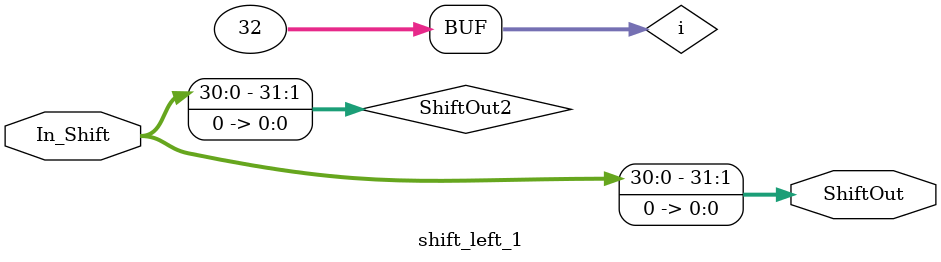
<source format=v>
`timescale 1ns / 1ps


module shift_left_1(input [31:0] In_Shift,output [31:0]ShiftOut);
    reg [31:0]ShiftOut2;
    integer i;
    always @(*)
    begin
    for(i=1;i<=31;i=i+1)
    begin
     ShiftOut2[i]=In_Shift[i-1];
    end
    ShiftOut2[0]=1'b0;
    end

    assign ShiftOut=ShiftOut2;
    
endmodule

</source>
